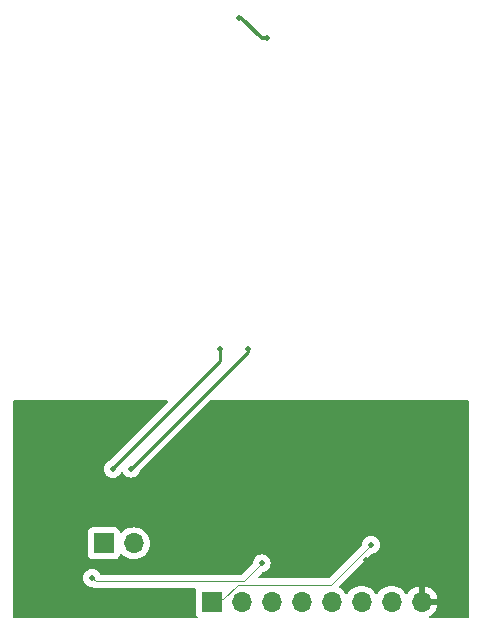
<source format=gbl>
G04 #@! TF.GenerationSoftware,KiCad,Pcbnew,7.0.9*
G04 #@! TF.CreationDate,2024-04-20T19:07:20+02:00*
G04 #@! TF.ProjectId,NFC_Programmer,4e46435f-5072-46f6-9772-616d6d65722e,3.0*
G04 #@! TF.SameCoordinates,Original*
G04 #@! TF.FileFunction,Copper,L2,Bot*
G04 #@! TF.FilePolarity,Positive*
%FSLAX46Y46*%
G04 Gerber Fmt 4.6, Leading zero omitted, Abs format (unit mm)*
G04 Created by KiCad (PCBNEW 7.0.9) date 2024-04-20 19:07:20*
%MOMM*%
%LPD*%
G01*
G04 APERTURE LIST*
G04 #@! TA.AperFunction,ComponentPad*
%ADD10R,1.700000X1.700000*%
G04 #@! TD*
G04 #@! TA.AperFunction,ComponentPad*
%ADD11O,1.700000X1.700000*%
G04 #@! TD*
G04 #@! TA.AperFunction,ViaPad*
%ADD12C,0.360000*%
G04 #@! TD*
G04 #@! TA.AperFunction,ViaPad*
%ADD13C,0.500000*%
G04 #@! TD*
G04 #@! TA.AperFunction,Conductor*
%ADD14C,0.100000*%
G04 #@! TD*
G04 #@! TA.AperFunction,Conductor*
%ADD15C,0.350000*%
G04 #@! TD*
G04 #@! TA.AperFunction,Conductor*
%ADD16C,0.250000*%
G04 #@! TD*
G04 APERTURE END LIST*
D10*
X128530000Y-103060000D03*
D11*
X131070000Y-103060000D03*
D10*
X137670000Y-108000000D03*
D11*
X140210000Y-108000000D03*
X142750000Y-108000000D03*
X145290000Y-108000000D03*
X147830000Y-108000000D03*
X150370000Y-108000000D03*
X152910000Y-108000000D03*
X155450000Y-108000000D03*
D12*
X159130000Y-95860000D03*
X129020000Y-104690000D03*
X157940000Y-91280000D03*
X131870000Y-105550000D03*
X124300000Y-91250000D03*
X151860000Y-105930000D03*
X125190000Y-98820000D03*
X127340000Y-91240000D03*
X157250000Y-91280000D03*
X129940000Y-105570000D03*
X135120000Y-99770000D03*
X121160000Y-98970000D03*
X122870000Y-109150000D03*
D13*
X134251582Y-95601582D03*
D12*
X126460000Y-94700000D03*
X144350000Y-91290000D03*
X159080000Y-104020000D03*
X155130000Y-94450000D03*
X129220000Y-91250000D03*
X125190000Y-98210000D03*
X130030000Y-109160000D03*
X134590000Y-100240000D03*
X148440000Y-92230000D03*
X132730000Y-101870000D03*
X150480000Y-99510000D03*
X154370000Y-97580000D03*
X123600000Y-91240000D03*
X133980000Y-97190000D03*
X159130000Y-96470000D03*
X121160000Y-92260000D03*
X152850000Y-106290000D03*
X152660000Y-97670000D03*
X134450000Y-102200000D03*
X154960000Y-93780000D03*
X125860000Y-109180000D03*
X121170000Y-91560000D03*
X141860000Y-91280000D03*
X121120000Y-108950000D03*
X148700000Y-91290000D03*
X158550000Y-91280000D03*
X125740000Y-97180000D03*
X121130000Y-106460000D03*
X132340000Y-101360000D03*
X137450000Y-95930000D03*
X159120000Y-92860000D03*
X127700000Y-104640000D03*
X143780000Y-91290000D03*
X124910000Y-108130000D03*
X148000000Y-91280000D03*
X121160000Y-92870000D03*
X151917606Y-102411550D03*
X152920000Y-91280000D03*
X147701096Y-92221952D03*
X149280000Y-92220000D03*
X159090000Y-99740000D03*
X139410000Y-91290000D03*
X159090000Y-101530000D03*
X132820000Y-105550000D03*
X131290000Y-109180000D03*
X133790000Y-101240000D03*
X151890000Y-97650000D03*
X159130000Y-95290000D03*
X130870000Y-105570000D03*
X134350000Y-103270000D03*
X128320000Y-104550000D03*
X125250000Y-109180000D03*
X127520000Y-92500000D03*
X127740000Y-109160000D03*
X159120000Y-98960000D03*
X126610000Y-96460000D03*
X134330000Y-104370000D03*
X158390000Y-109150000D03*
X121130000Y-104670000D03*
X134650000Y-105360000D03*
X132700000Y-104530000D03*
X152310000Y-91280000D03*
X126670000Y-92870000D03*
X126440000Y-93840000D03*
X140680000Y-91280000D03*
X156070000Y-91280000D03*
X136910000Y-99940000D03*
X150460000Y-100300000D03*
X140020000Y-91290000D03*
X153450000Y-97640000D03*
X134950000Y-98240000D03*
X151364342Y-91970000D03*
X135077887Y-95174346D03*
X155410000Y-91290000D03*
X159080000Y-107150000D03*
X123410000Y-109150000D03*
X159090000Y-105270000D03*
X136980000Y-95110000D03*
X128330000Y-92550000D03*
X150470000Y-98680000D03*
X156715934Y-106336336D03*
X121160000Y-94050000D03*
X121810000Y-91240000D03*
D13*
X142620000Y-93280000D03*
D12*
X131010000Y-91250000D03*
X121690000Y-109150000D03*
X149880000Y-91290000D03*
X125480000Y-91250000D03*
X128310000Y-109160000D03*
X127050000Y-102380000D03*
X127910000Y-91240000D03*
X131820000Y-109180000D03*
X151460000Y-104220000D03*
X124910000Y-107590000D03*
X150530000Y-100960000D03*
X134950000Y-96480000D03*
X155330000Y-106320000D03*
X136540000Y-95870000D03*
X153540000Y-92730000D03*
X121130000Y-105850000D03*
X155130000Y-95290000D03*
X126400000Y-109180000D03*
X125760000Y-106200000D03*
X159080000Y-107760000D03*
X124910000Y-106980000D03*
X127050000Y-104100000D03*
X124910000Y-106410000D03*
X133540000Y-91240000D03*
X159090000Y-104660000D03*
X152060000Y-103740000D03*
X128800000Y-105570000D03*
X121120000Y-107160000D03*
X130860000Y-104740000D03*
X121120000Y-108340000D03*
X135620000Y-95890000D03*
X132850000Y-91240000D03*
X159130000Y-94680000D03*
X127050000Y-102950000D03*
X121130000Y-100360000D03*
X152220000Y-103020000D03*
X121120000Y-102240000D03*
X121160000Y-93440000D03*
X126970000Y-109180000D03*
X151740000Y-91280000D03*
X125190000Y-99360000D03*
X121130000Y-101540000D03*
X159120000Y-93430000D03*
X159090000Y-100920000D03*
X126670000Y-97160000D03*
X128970000Y-92080000D03*
D13*
X150700000Y-104480000D03*
D12*
X159080000Y-108330000D03*
X129460000Y-109160000D03*
X122420000Y-91240000D03*
X159120000Y-97780000D03*
X126540000Y-105870000D03*
X121160000Y-98360000D03*
X133530000Y-96280000D03*
X159090000Y-106450000D03*
X157270000Y-106800000D03*
X121130000Y-105280000D03*
X157520000Y-108420000D03*
X121120000Y-104030000D03*
X146820000Y-91280000D03*
X129840000Y-104720000D03*
X159130000Y-91550000D03*
X132280000Y-91240000D03*
X136340000Y-101680000D03*
X130400000Y-91250000D03*
X128520000Y-91240000D03*
X125670000Y-100350000D03*
X159080000Y-108940000D03*
X157430000Y-107700000D03*
X159120000Y-97170000D03*
X133210000Y-96990000D03*
X142470000Y-91280000D03*
X154800000Y-91290000D03*
X147200000Y-91900000D03*
X122990000Y-91240000D03*
X125190000Y-99930000D03*
X145600000Y-91280000D03*
X128920000Y-109160000D03*
X151070000Y-98110000D03*
X149310000Y-91290000D03*
X121130000Y-99750000D03*
X124910000Y-91250000D03*
X152170000Y-91820000D03*
X157820000Y-109150000D03*
X154230000Y-91290000D03*
X151130000Y-91280000D03*
X159090000Y-105840000D03*
X129830000Y-91250000D03*
X146210000Y-91280000D03*
X123980000Y-109150000D03*
X137000000Y-100650000D03*
X134960000Y-99050000D03*
D13*
X136870000Y-101300000D03*
D12*
X159090000Y-100350000D03*
X131670000Y-91240000D03*
X132970000Y-103560000D03*
X127100000Y-101690000D03*
X136100000Y-95140000D03*
X132870000Y-102680000D03*
X122260000Y-109150000D03*
X127050000Y-103560000D03*
X126090000Y-91250000D03*
X159120000Y-98350000D03*
X147390000Y-91280000D03*
X153960000Y-106420000D03*
X121170000Y-95300000D03*
X126130000Y-100790000D03*
X134890000Y-97330000D03*
X136100000Y-99920000D03*
X121160000Y-97180000D03*
X130670000Y-109180000D03*
X126610000Y-101210000D03*
X121120000Y-107770000D03*
X121170000Y-95870000D03*
X149880000Y-91890000D03*
X144960000Y-91290000D03*
X121120000Y-102850000D03*
X151124464Y-102010199D03*
X159080000Y-102230000D03*
X121120000Y-103420000D03*
X143170000Y-91290000D03*
X124910000Y-108700000D03*
X159120000Y-94040000D03*
X134250000Y-100770000D03*
X121130000Y-100930000D03*
X153420000Y-92190000D03*
X155210000Y-96260000D03*
D13*
X137990000Y-95230000D03*
D12*
X131860000Y-104710000D03*
X121170000Y-96480000D03*
X150570000Y-101750000D03*
X156680000Y-91280000D03*
X125190000Y-97640000D03*
X135450000Y-101790000D03*
X126700000Y-105300000D03*
X159080000Y-102840000D03*
X154390000Y-93370000D03*
X153620000Y-91290000D03*
X159120000Y-92250000D03*
X151240000Y-105300000D03*
D13*
X125870000Y-95560000D03*
D12*
X121160000Y-97790000D03*
X121170000Y-94690000D03*
D13*
X141500000Y-97570000D03*
D12*
X127050000Y-104670000D03*
X155050000Y-97220000D03*
X128250000Y-105320000D03*
X124680000Y-109180000D03*
X159080000Y-103410000D03*
X141290000Y-91280000D03*
X153610000Y-93260000D03*
X133840000Y-105540000D03*
X133130000Y-101260000D03*
X152870000Y-91870000D03*
X150690000Y-91810000D03*
X132400000Y-109200000D03*
X150490000Y-91290000D03*
X126730000Y-91240000D03*
D13*
X151160000Y-103180000D03*
X127550000Y-105990000D03*
X141910000Y-104760000D03*
X142380000Y-60290000D03*
X140010000Y-58550000D03*
X140720000Y-86620000D03*
X138400000Y-86620000D03*
X130850000Y-96740000D03*
X129280000Y-96770000D03*
D14*
X138640000Y-107810000D02*
X137670000Y-107810000D01*
X147770000Y-106570000D02*
X139880000Y-106570000D01*
X151160000Y-103180000D02*
X147770000Y-106570000D01*
X139880000Y-106570000D02*
X138640000Y-107810000D01*
X141910000Y-104760000D02*
X140380000Y-106290000D01*
X127850000Y-106290000D02*
X127550000Y-105990000D01*
X140380000Y-106290000D02*
X127850000Y-106290000D01*
D15*
X141920000Y-60300000D02*
X142370000Y-60300000D01*
D16*
X129280000Y-96720941D02*
X129280000Y-96770000D01*
X138400000Y-87600941D02*
X129280000Y-96720941D01*
D15*
X140170000Y-58550000D02*
X141920000Y-60300000D01*
D16*
X140010000Y-58550000D02*
X140010000Y-58560000D01*
X140720000Y-86620000D02*
X140720000Y-86870000D01*
X138400000Y-86620000D02*
X138400000Y-87600941D01*
D15*
X142370000Y-60300000D02*
X142380000Y-60290000D01*
X140010000Y-58550000D02*
X140170000Y-58550000D01*
D16*
X140720000Y-86870000D02*
X130850000Y-96740000D01*
G04 #@! TA.AperFunction,Conductor*
G36*
X133924027Y-90979685D02*
G01*
X133969782Y-91032489D01*
X133979726Y-91101647D01*
X133950701Y-91165203D01*
X133944669Y-91171681D01*
X129086915Y-96029433D01*
X129040190Y-96058793D01*
X128952308Y-96089544D01*
X128952300Y-96089548D01*
X128809115Y-96179518D01*
X128809109Y-96179523D01*
X128689523Y-96299109D01*
X128689518Y-96299115D01*
X128599547Y-96442302D01*
X128599545Y-96442305D01*
X128543685Y-96601943D01*
X128524751Y-96769997D01*
X128524751Y-96770002D01*
X128543685Y-96938056D01*
X128599545Y-97097694D01*
X128599547Y-97097697D01*
X128689518Y-97240884D01*
X128689523Y-97240890D01*
X128809109Y-97360476D01*
X128809115Y-97360481D01*
X128952302Y-97450452D01*
X128952305Y-97450454D01*
X128952309Y-97450455D01*
X128952310Y-97450456D01*
X129024913Y-97475860D01*
X129111943Y-97506314D01*
X129279997Y-97525249D01*
X129280000Y-97525249D01*
X129280003Y-97525249D01*
X129448056Y-97506314D01*
X129479678Y-97495249D01*
X129607690Y-97450456D01*
X129607692Y-97450454D01*
X129607694Y-97450454D01*
X129607697Y-97450452D01*
X129750884Y-97360481D01*
X129750885Y-97360480D01*
X129750890Y-97360477D01*
X129870477Y-97240890D01*
X129870481Y-97240884D01*
X129960449Y-97097702D01*
X129960450Y-97097698D01*
X129960456Y-97097690D01*
X129960459Y-97097680D01*
X129962005Y-97094472D01*
X129963565Y-97092743D01*
X129964162Y-97091794D01*
X129964328Y-97091898D01*
X130008826Y-97042611D01*
X130076252Y-97024295D01*
X130142877Y-97045340D01*
X130178721Y-97082296D01*
X130259521Y-97210888D01*
X130379109Y-97330476D01*
X130379115Y-97330481D01*
X130522302Y-97420452D01*
X130522305Y-97420454D01*
X130522309Y-97420455D01*
X130522310Y-97420456D01*
X130594913Y-97445860D01*
X130681943Y-97476314D01*
X130849997Y-97495249D01*
X130850000Y-97495249D01*
X130850003Y-97495249D01*
X131018056Y-97476314D01*
X131091954Y-97450456D01*
X131177690Y-97420456D01*
X131177692Y-97420454D01*
X131177694Y-97420454D01*
X131177697Y-97420452D01*
X131320884Y-97330481D01*
X131320885Y-97330480D01*
X131320890Y-97330477D01*
X131440477Y-97210890D01*
X131511598Y-97097702D01*
X131530452Y-97067697D01*
X131530455Y-97067692D01*
X131530456Y-97067690D01*
X131586313Y-96908059D01*
X131586313Y-96908054D01*
X131587613Y-96904341D01*
X131616972Y-96857616D01*
X137478271Y-90996318D01*
X137539594Y-90962834D01*
X137565952Y-90960000D01*
X159370500Y-90960000D01*
X159437539Y-90979685D01*
X159483294Y-91032489D01*
X159494500Y-91084000D01*
X159494500Y-109290500D01*
X159474815Y-109357539D01*
X159422011Y-109403294D01*
X159370500Y-109414500D01*
X156170295Y-109414500D01*
X156103256Y-109394815D01*
X156057501Y-109342011D01*
X156047557Y-109272853D01*
X156076582Y-109209297D01*
X156117889Y-109178119D01*
X156127573Y-109173602D01*
X156127577Y-109173600D01*
X156321082Y-109038105D01*
X156488105Y-108871082D01*
X156623600Y-108677578D01*
X156723429Y-108463492D01*
X156723432Y-108463486D01*
X156780636Y-108250000D01*
X155883686Y-108250000D01*
X155909493Y-108209844D01*
X155950000Y-108071889D01*
X155950000Y-107928111D01*
X155909493Y-107790156D01*
X155883686Y-107750000D01*
X156780636Y-107750000D01*
X156780635Y-107749999D01*
X156723432Y-107536513D01*
X156723429Y-107536507D01*
X156623600Y-107322422D01*
X156623599Y-107322420D01*
X156488113Y-107128926D01*
X156488108Y-107128920D01*
X156321082Y-106961894D01*
X156127578Y-106826399D01*
X155913492Y-106726570D01*
X155913486Y-106726567D01*
X155700000Y-106669364D01*
X155700000Y-107564498D01*
X155592315Y-107515320D01*
X155485763Y-107500000D01*
X155414237Y-107500000D01*
X155307685Y-107515320D01*
X155200000Y-107564498D01*
X155200000Y-106669364D01*
X155199999Y-106669364D01*
X154986513Y-106726567D01*
X154986507Y-106726570D01*
X154772422Y-106826399D01*
X154772420Y-106826400D01*
X154578926Y-106961886D01*
X154578920Y-106961891D01*
X154411891Y-107128920D01*
X154411890Y-107128922D01*
X154281880Y-107314595D01*
X154227303Y-107358219D01*
X154157804Y-107365412D01*
X154095450Y-107333890D01*
X154078730Y-107314594D01*
X153948494Y-107128597D01*
X153781402Y-106961506D01*
X153781395Y-106961501D01*
X153587834Y-106825967D01*
X153587830Y-106825965D01*
X153557054Y-106811614D01*
X153373663Y-106726097D01*
X153373659Y-106726096D01*
X153373655Y-106726094D01*
X153145413Y-106664938D01*
X153145403Y-106664936D01*
X152910001Y-106644341D01*
X152909999Y-106644341D01*
X152674596Y-106664936D01*
X152674586Y-106664938D01*
X152446344Y-106726094D01*
X152446335Y-106726098D01*
X152232171Y-106825964D01*
X152232169Y-106825965D01*
X152038597Y-106961505D01*
X151871505Y-107128597D01*
X151741575Y-107314158D01*
X151686998Y-107357783D01*
X151617500Y-107364977D01*
X151555145Y-107333454D01*
X151538425Y-107314158D01*
X151408494Y-107128597D01*
X151241402Y-106961506D01*
X151241395Y-106961501D01*
X151047834Y-106825967D01*
X151047830Y-106825965D01*
X151017054Y-106811614D01*
X150833663Y-106726097D01*
X150833659Y-106726096D01*
X150833655Y-106726094D01*
X150605413Y-106664938D01*
X150605403Y-106664936D01*
X150370001Y-106644341D01*
X150369999Y-106644341D01*
X150134596Y-106664936D01*
X150134586Y-106664938D01*
X149906344Y-106726094D01*
X149906335Y-106726098D01*
X149692171Y-106825964D01*
X149692169Y-106825965D01*
X149498597Y-106961505D01*
X149331505Y-107128597D01*
X149201575Y-107314158D01*
X149146998Y-107357783D01*
X149077500Y-107364977D01*
X149015145Y-107333454D01*
X148998425Y-107314158D01*
X148868494Y-107128597D01*
X148701402Y-106961506D01*
X148701395Y-106961501D01*
X148503396Y-106822860D01*
X148504672Y-106821036D01*
X148463054Y-106777338D01*
X148449871Y-106708723D01*
X148475877Y-106643874D01*
X148485614Y-106632909D01*
X151155551Y-103962972D01*
X151216872Y-103929489D01*
X151229347Y-103927435D01*
X151328054Y-103916314D01*
X151328057Y-103916313D01*
X151328059Y-103916313D01*
X151487690Y-103860456D01*
X151487692Y-103860454D01*
X151487694Y-103860454D01*
X151487697Y-103860452D01*
X151630884Y-103770481D01*
X151630885Y-103770480D01*
X151630890Y-103770477D01*
X151750477Y-103650890D01*
X151830419Y-103523664D01*
X151840452Y-103507697D01*
X151840454Y-103507694D01*
X151840454Y-103507692D01*
X151840456Y-103507690D01*
X151896313Y-103348059D01*
X151896313Y-103348058D01*
X151896314Y-103348056D01*
X151915249Y-103180002D01*
X151915249Y-103179997D01*
X151896314Y-103011943D01*
X151840454Y-102852305D01*
X151840452Y-102852302D01*
X151750481Y-102709115D01*
X151750476Y-102709109D01*
X151630890Y-102589523D01*
X151630884Y-102589518D01*
X151487697Y-102499547D01*
X151487694Y-102499545D01*
X151328056Y-102443685D01*
X151160003Y-102424751D01*
X151159997Y-102424751D01*
X150991943Y-102443685D01*
X150832305Y-102499545D01*
X150832302Y-102499547D01*
X150689115Y-102589518D01*
X150689109Y-102589523D01*
X150569523Y-102709109D01*
X150569518Y-102709115D01*
X150479547Y-102852302D01*
X150479544Y-102852307D01*
X150423685Y-103011946D01*
X150412564Y-103110651D01*
X150385497Y-103175065D01*
X150377025Y-103184448D01*
X147578294Y-105983181D01*
X147516971Y-106016666D01*
X147490613Y-106019500D01*
X141728387Y-106019500D01*
X141661348Y-105999815D01*
X141615593Y-105947011D01*
X141605649Y-105877853D01*
X141634674Y-105814297D01*
X141640697Y-105807827D01*
X141905552Y-105542971D01*
X141966871Y-105509489D01*
X141979347Y-105507435D01*
X142078054Y-105496314D01*
X142078057Y-105496313D01*
X142078059Y-105496313D01*
X142237690Y-105440456D01*
X142237692Y-105440454D01*
X142237694Y-105440454D01*
X142237697Y-105440452D01*
X142380884Y-105350481D01*
X142380885Y-105350480D01*
X142380890Y-105350477D01*
X142500477Y-105230890D01*
X142590452Y-105087697D01*
X142590454Y-105087694D01*
X142590454Y-105087692D01*
X142590456Y-105087690D01*
X142646313Y-104928059D01*
X142646313Y-104928058D01*
X142646314Y-104928056D01*
X142665249Y-104760002D01*
X142665249Y-104759997D01*
X142646314Y-104591943D01*
X142590454Y-104432305D01*
X142590452Y-104432302D01*
X142500481Y-104289115D01*
X142500476Y-104289109D01*
X142380890Y-104169523D01*
X142380884Y-104169518D01*
X142237697Y-104079547D01*
X142237694Y-104079545D01*
X142078056Y-104023685D01*
X141910003Y-104004751D01*
X141909997Y-104004751D01*
X141741943Y-104023685D01*
X141582305Y-104079545D01*
X141582302Y-104079547D01*
X141439115Y-104169518D01*
X141439109Y-104169523D01*
X141319523Y-104289109D01*
X141319518Y-104289115D01*
X141229547Y-104432302D01*
X141229544Y-104432307D01*
X141173685Y-104591946D01*
X141162564Y-104690651D01*
X141135497Y-104755065D01*
X141127025Y-104764448D01*
X140188294Y-105703181D01*
X140126971Y-105736666D01*
X140100613Y-105739500D01*
X128345449Y-105739500D01*
X128278410Y-105719815D01*
X128233859Y-105668401D01*
X128233479Y-105668585D01*
X128232803Y-105667182D01*
X128232655Y-105667011D01*
X128232320Y-105666179D01*
X128230456Y-105662308D01*
X128140481Y-105519115D01*
X128140476Y-105519109D01*
X128020890Y-105399523D01*
X128020884Y-105399518D01*
X127877697Y-105309547D01*
X127877694Y-105309545D01*
X127718056Y-105253685D01*
X127550003Y-105234751D01*
X127549997Y-105234751D01*
X127381943Y-105253685D01*
X127222305Y-105309545D01*
X127222302Y-105309547D01*
X127079115Y-105399518D01*
X127079109Y-105399523D01*
X126959523Y-105519109D01*
X126959518Y-105519115D01*
X126869547Y-105662302D01*
X126869545Y-105662305D01*
X126813685Y-105821943D01*
X126794751Y-105989997D01*
X126794751Y-105990002D01*
X126813685Y-106158056D01*
X126869545Y-106317694D01*
X126869547Y-106317697D01*
X126959518Y-106460884D01*
X126959523Y-106460890D01*
X127079109Y-106580476D01*
X127079115Y-106580481D01*
X127222302Y-106670452D01*
X127222308Y-106670455D01*
X127222310Y-106670456D01*
X127381941Y-106726313D01*
X127503517Y-106740011D01*
X127564560Y-106764428D01*
X127577658Y-106774361D01*
X127594353Y-106780944D01*
X127613290Y-106790351D01*
X127628618Y-106799672D01*
X127671247Y-106811616D01*
X127677263Y-106813639D01*
X127718436Y-106829876D01*
X127736287Y-106831711D01*
X127757052Y-106835657D01*
X127774335Y-106840500D01*
X127818594Y-106840500D01*
X127824935Y-106840824D01*
X127868972Y-106845352D01*
X127886656Y-106842303D01*
X127907724Y-106840500D01*
X136222663Y-106840500D01*
X136289702Y-106860185D01*
X136335457Y-106912989D01*
X136345401Y-106982147D01*
X136338845Y-107007833D01*
X136325908Y-107042517D01*
X136319501Y-107102116D01*
X136319500Y-107102135D01*
X136319500Y-108897870D01*
X136319501Y-108897876D01*
X136325908Y-108957483D01*
X136376202Y-109092328D01*
X136376206Y-109092335D01*
X136467768Y-109214645D01*
X136465224Y-109216549D01*
X136491212Y-109264142D01*
X136486228Y-109333834D01*
X136444356Y-109389767D01*
X136378892Y-109414184D01*
X136370046Y-109414500D01*
X120969500Y-109414500D01*
X120902461Y-109394815D01*
X120856706Y-109342011D01*
X120845500Y-109290500D01*
X120845500Y-103957870D01*
X127179500Y-103957870D01*
X127179501Y-103957876D01*
X127185908Y-104017483D01*
X127236202Y-104152328D01*
X127236206Y-104152335D01*
X127322452Y-104267544D01*
X127322455Y-104267547D01*
X127437664Y-104353793D01*
X127437671Y-104353797D01*
X127572517Y-104404091D01*
X127572516Y-104404091D01*
X127579444Y-104404835D01*
X127632127Y-104410500D01*
X129427872Y-104410499D01*
X129487483Y-104404091D01*
X129622331Y-104353796D01*
X129737546Y-104267546D01*
X129823796Y-104152331D01*
X129872810Y-104020916D01*
X129914681Y-103964984D01*
X129980145Y-103940566D01*
X130048418Y-103955417D01*
X130076673Y-103976569D01*
X130198599Y-104098495D01*
X130295384Y-104166265D01*
X130392165Y-104234032D01*
X130392167Y-104234033D01*
X130392170Y-104234035D01*
X130606337Y-104333903D01*
X130834592Y-104395063D01*
X131011034Y-104410500D01*
X131069999Y-104415659D01*
X131070000Y-104415659D01*
X131070001Y-104415659D01*
X131128966Y-104410500D01*
X131305408Y-104395063D01*
X131533663Y-104333903D01*
X131747830Y-104234035D01*
X131941401Y-104098495D01*
X132108495Y-103931401D01*
X132244035Y-103737830D01*
X132343903Y-103523663D01*
X132405063Y-103295408D01*
X132425659Y-103060000D01*
X132405063Y-102824592D01*
X132343903Y-102596337D01*
X132244035Y-102382171D01*
X132108495Y-102188599D01*
X132108494Y-102188597D01*
X131941402Y-102021506D01*
X131941395Y-102021501D01*
X131747834Y-101885967D01*
X131747830Y-101885965D01*
X131747828Y-101885964D01*
X131533663Y-101786097D01*
X131533659Y-101786096D01*
X131533655Y-101786094D01*
X131305413Y-101724938D01*
X131305403Y-101724936D01*
X131070001Y-101704341D01*
X131069999Y-101704341D01*
X130834596Y-101724936D01*
X130834586Y-101724938D01*
X130606344Y-101786094D01*
X130606335Y-101786098D01*
X130392171Y-101885964D01*
X130392169Y-101885965D01*
X130198600Y-102021503D01*
X130076673Y-102143430D01*
X130015350Y-102176914D01*
X129945658Y-102171930D01*
X129889725Y-102130058D01*
X129872810Y-102099081D01*
X129823797Y-101967671D01*
X129823793Y-101967664D01*
X129737547Y-101852455D01*
X129737544Y-101852452D01*
X129622335Y-101766206D01*
X129622328Y-101766202D01*
X129487482Y-101715908D01*
X129487483Y-101715908D01*
X129427883Y-101709501D01*
X129427881Y-101709500D01*
X129427873Y-101709500D01*
X129427864Y-101709500D01*
X127632129Y-101709500D01*
X127632123Y-101709501D01*
X127572516Y-101715908D01*
X127437671Y-101766202D01*
X127437664Y-101766206D01*
X127322455Y-101852452D01*
X127322452Y-101852455D01*
X127236206Y-101967664D01*
X127236202Y-101967671D01*
X127185908Y-102102517D01*
X127179501Y-102162116D01*
X127179500Y-102162135D01*
X127179500Y-103957870D01*
X120845500Y-103957870D01*
X120845500Y-91084000D01*
X120865185Y-91016961D01*
X120917989Y-90971206D01*
X120969500Y-90960000D01*
X133856988Y-90960000D01*
X133924027Y-90979685D01*
G37*
G04 #@! TD.AperFunction*
M02*

</source>
